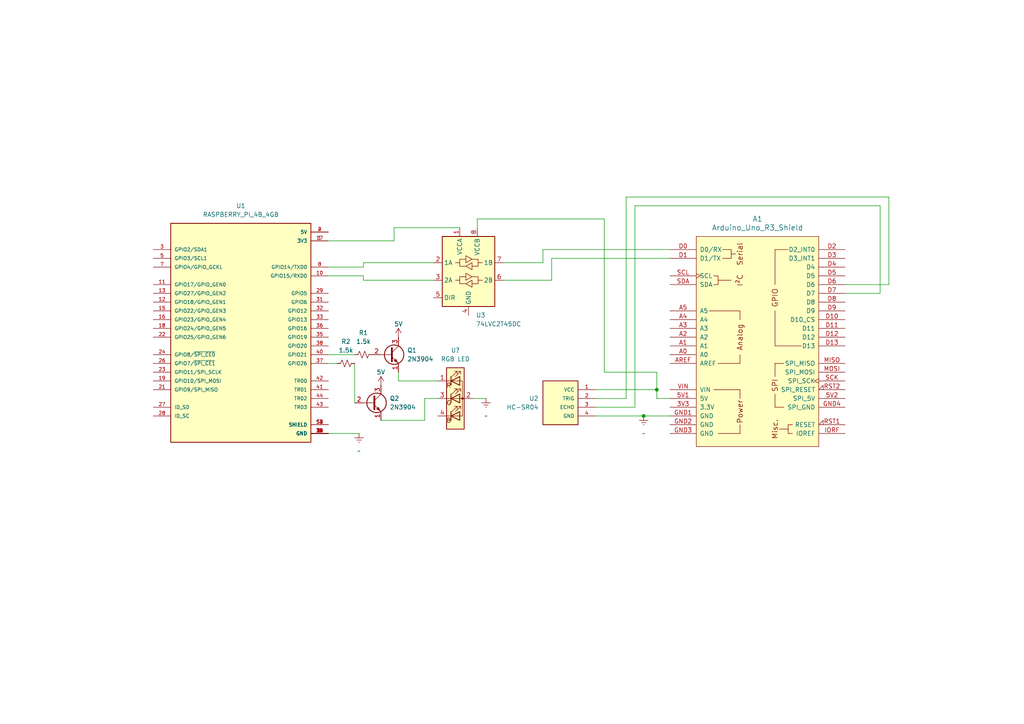
<source format=kicad_sch>
(kicad_sch (version 20250114) (generator "eeschema") (generator_version "9.0")
  (paper "A4")
  (lib_symbols
    (symbol "Arduino:Arduino_Uno_R3_Shield" (pin_names (offset 1.016))
      (property "Reference" "A" (at 0 36.83 0))
      (property "Value" "Arduino_Uno_R3_Shield" (at 0 33.02 0))
      (symbol "Arduino_Uno_R3_Shield_0_0"
        (rectangle (start -17.78 30.48) (end 17.78 -30.48) (fill (type background)))
        (polyline (pts (xy -12.7 19.05) (xy -11.43 19.05) (xy -11.43 16.51) (xy -12.7 16.51)))
        (rectangle (start -12.7 -13.97) (end -5.08 -13.97))
        (polyline (pts (xy -11.43 17.78) (xy -7.62 17.78)))
        (rectangle (start -11.43 -26.67) (end -5.08 -26.67))
        (polyline (pts (xy -10.16 26.67) (xy -7.62 26.67) (xy -7.62 24.13) (xy -10.16 24.13)))
        (polyline (pts (xy -7.62 25.4) (xy -6.35 25.4)))
        (polyline (pts (xy -5.08 6.35) (xy -5.08 8.89) (xy -13.97 8.89)))
        (polyline (pts (xy -5.08 -3.81) (xy -5.08 -6.35) (xy -11.43 -6.35)))
        (polyline (pts (xy -5.08 -13.97) (xy -5.08 -15.24)))
        (polyline (pts (xy -5.08 -15.24) (xy -5.08 -16.51)))
        (polyline (pts (xy -5.08 -26.67) (xy -5.08 -24.13)))
        (polyline (pts (xy 5.08 16.51) (xy 5.08 26.67) (xy 8.89 26.67)))
        (polyline (pts (xy 5.08 8.89) (xy 5.08 -1.27) (xy 12.7 -1.27)))
        (rectangle (start 5.08 -10.16) (end 5.08 -6.35))
        (rectangle (start 5.08 -19.05) (end 5.08 -15.24))
        (rectangle (start 5.08 -19.05) (end 7.62 -19.05))
        (rectangle (start 7.62 -6.35) (end 5.08 -6.35))
        (rectangle (start 8.89 -24.13) (end 8.89 -26.67))
        (rectangle (start 8.89 -25.4) (end 6.35 -25.4))
        (rectangle (start 10.16 -24.13) (end 8.89 -24.13))
        (rectangle (start 10.16 -26.67) (end 8.89 -26.67))
        (text "Serial" (at -5.08 25.4 900) (effects (font (size 1.524 1.524))))
        (text "I²C" (at -5.08 17.78 900) (effects (font (size 1.524 1.524))))
        (text "Analog" (at -5.08 1.27 900) (effects (font (size 1.524 1.524))))
        (text "Power" (at -5.08 -20.32 900) (effects (font (size 1.524 1.524))))
        (text "SPI" (at 5.08 -12.7 900) (effects (font (size 1.524 1.524))))
        (text "Misc." (at 5.08 -25.4 900) (effects (font (size 1.524 1.524))))
      )
      (symbol "Arduino_Uno_R3_Shield_1_0"
        (text "GPIO" (at 5.08 12.7 900) (effects (font (size 1.524 1.524))))
      )
      (symbol "Arduino_Uno_R3_Shield_1_1"
        (pin bidirectional line (at -25.4 26.67 0) (length 7.62) (name "D0/RX") (number "D0"))
        (pin bidirectional line (at -25.4 24.13 0) (length 7.62) (name "D1/TX") (number "D1"))
        (pin bidirectional clock (at -25.4 19.05 0) (length 7.62) (name "SCL") (number "SCL"))
        (pin bidirectional line (at -25.4 16.51 0) (length 7.62) (name "SDA") (number "SDA"))
        (pin bidirectional line (at -25.4 8.89 0) (length 7.62) (name "A5") (number "A5"))
        (pin bidirectional line (at -25.4 6.35 0) (length 7.62) (name "A4") (number "A4"))
        (pin bidirectional line (at -25.4 3.81 0) (length 7.62) (name "A3") (number "A3"))
        (pin bidirectional line (at -25.4 1.27 0) (length 7.62) (name "A2") (number "A2"))
        (pin bidirectional line (at -25.4 -1.27 0) (length 7.62) (name "A1") (number "A1"))
        (pin bidirectional line (at -25.4 -3.81 0) (length 7.62) (name "A0") (number "A0"))
        (pin input line (at -25.4 -6.35 0) (length 7.62) (name "AREF") (number "AREF"))
        (pin power_in line (at -25.4 -13.97 0) (length 7.62) (name "VIN") (number "VIN"))
        (pin power_in line (at -25.4 -16.51 0) (length 7.62) (name "5V") (number "5V1"))
        (pin power_out line (at -25.4 -19.05 0) (length 7.62) (name "3.3V") (number "3V3"))
        (pin power_in line (at -25.4 -21.59 0) (length 7.62) (name "GND") (number "GND1"))
        (pin power_in line (at -25.4 -24.13 0) (length 7.62) (name "GND") (number "GND2"))
        (pin power_in line (at -25.4 -26.67 0) (length 7.62) (name "GND") (number "GND3"))
        (pin bidirectional line (at 25.4 26.67 180) (length 7.62) (name "D2_INT0") (number "D2"))
        (pin bidirectional line (at 25.4 24.13 180) (length 7.62) (name "D3_INT1") (number "D3"))
        (pin bidirectional line (at 25.4 21.59 180) (length 7.62) (name "D4") (number "D4"))
        (pin bidirectional line (at 25.4 19.05 180) (length 7.62) (name "D5") (number "D5"))
        (pin bidirectional line (at 25.4 16.51 180) (length 7.62) (name "D6") (number "D6"))
        (pin bidirectional line (at 25.4 13.97 180) (length 7.62) (name "D7") (number "D7"))
        (pin bidirectional line (at 25.4 11.43 180) (length 7.62) (name "D8") (number "D8"))
        (pin bidirectional line (at 25.4 8.89 180) (length 7.62) (name "D9") (number "D9"))
        (pin bidirectional line (at 25.4 6.35 180) (length 7.62) (name "D10_CS") (number "D10"))
        (pin bidirectional line (at 25.4 3.81 180) (length 7.62) (name "D11") (number "D11"))
        (pin bidirectional line (at 25.4 1.27 180) (length 7.62) (name "D12") (number "D12"))
        (pin bidirectional line (at 25.4 -1.27 180) (length 7.62) (name "D13") (number "D13"))
        (pin input line (at 25.4 -6.35 180) (length 7.62) (name "SPI_MISO") (number "MISO"))
        (pin output line (at 25.4 -8.89 180) (length 7.62) (name "SPI_MOSI") (number "MOSI"))
        (pin output clock (at 25.4 -11.43 180) (length 7.62) (name "SPI_SCK") (number "SCK"))
        (pin open_collector input_low (at 25.4 -13.97 180) (length 7.62) (name "SPI_RESET") (number "RST2"))
        (pin power_in line (at 25.4 -16.51 180) (length 7.62) (name "SPI_5V") (number "5V2"))
        (pin power_in line (at 25.4 -19.05 180) (length 7.62) (name "SPI_GND") (number "GND4"))
        (pin open_collector input_low (at 25.4 -24.13 180) (length 7.62) (name "RESET") (number "RST1"))
        (pin output line (at 25.4 -26.67 180) (length 7.62) (name "IOREF") (number "IORF"))
      )
    )
    (symbol "HC-SR04:HC-SR04" (pin_names (offset 1.016))
      (property "Reference" "U" (at 0 5.0813 0))
      (property "Value" "HC-SR04" (at 0 -10.163 0))
      (symbol "HC-SR04_0_0"
        (rectangle (start 0 -7.62) (end 10.16 5.08) (stroke (width 0.254)) (fill (type background)))
        (pin power_in line (at -5.08 2.54 0) (length 5.08) (name "VCC") (number "1"))
        (pin bidirectional line (at -5.08 0 0) (length 5.08) (name "TRIG") (number "2"))
        (pin bidirectional line (at -5.08 -2.54 0) (length 5.08) (name "ECHO") (number "3"))
        (pin power_in line (at -5.08 -5.08 0) (length 5.08) (name "GND") (number "4"))
      )
    )
    (symbol "LED:APFA3010" (pin_names (offset 0) (hide yes))
      (property "Reference" "D" (at 0 10.16 0))
      (property "Value" "APFA3010" (at 0 -10.16 0))
      (symbol "APFA3010_0_0"
        (text "R" (at -1.905 3.81 0) (effects (font (size 1.27 1.27))))
        (text "G" (at -1.905 -1.27 0) (effects (font (size 1.27 1.27))))
        (text "B" (at -1.905 -6.35 0) (effects (font (size 1.27 1.27))))
      )
      (symbol "APFA3010_0_1"
        (polyline (pts (xy -2.54 -5.08) (xy 1.27 -5.08)))
        (rectangle (start -2.54 -8.89) (end 2.54 8.89) (stroke (width 0.254)) (fill (type background)))
        (polyline (pts (xy -1.27 6.35) (xy -1.27 3.81)) (stroke (width 0.254)))
        (polyline (pts (xy -1.27 1.27) (xy -1.27 -1.27)) (stroke (width 0.254)))
        (polyline (pts (xy -1.27 -3.81) (xy -1.27 -6.35)) (stroke (width 0.254)))
        (polyline (pts (xy -1.016 6.35) (xy 0.508 7.874) (xy -0.254 7.874) (xy 0.508 7.874) (xy 0.508 7.112)))
        (polyline (pts (xy -1.016 1.27) (xy 0.508 2.794) (xy -0.254 2.794) (xy 0.508 2.794) (xy 0.508 2.032)))
        (polyline (pts (xy -1.016 -3.81) (xy 0.508 -2.286) (xy -0.254 -2.286) (xy 0.508 -2.286) (xy 0.508 -3.048)))
        (polyline (pts (xy 0 6.35) (xy 1.524 7.874) (xy 0.762 7.874) (xy 1.524 7.874) (xy 1.524 7.112)))
        (polyline (pts (xy 0 1.27) (xy 1.524 2.794) (xy 0.762 2.794) (xy 1.524 2.794) (xy 1.524 2.032)))
        (polyline (pts (xy 0 -3.81) (xy 1.524 -2.286) (xy 0.762 -2.286) (xy 1.524 -2.286) (xy 1.524 -3.048)))
        (polyline (pts (xy 1.27 6.35) (xy 1.27 3.81) (xy -1.27 5.08) (xy 1.27 6.35)) (stroke (width 0.254)))
        (rectangle (start 1.27 6.35) (end 1.27 6.35))
        (polyline (pts (xy 1.27 5.08) (xy -2.54 5.08)))
        (polyline (pts (xy 1.27 1.27) (xy 1.27 -1.27) (xy -1.27 0) (xy 1.27 1.27)) (stroke (width 0.254)))
        (polyline (pts (xy 1.27 -3.81) (xy 1.27 -6.35) (xy -1.27 -5.08) (xy 1.27 -3.81)) (stroke (width 0.254)))
        (polyline (pts (xy 1.27 -5.08) (xy 2.032 -5.08) (xy 2.032 5.08) (xy 1.27 5.08)))
        (circle (center 2.032 0) (radius 0.254) (fill (type outline)))
        (polyline (pts (xy 2.54 0) (xy -2.54 0)))
      )
      (symbol "APFA3010_1_1"
        (pin input line (at -5.08 5.08 0) (length 2.54) (name "R") (number "1"))
        (pin input line (at -5.08 0 0) (length 2.54) (name "G") (number "3"))
        (pin input line (at -5.08 -5.08 0) (length 2.54) (name "B") (number "4"))
        (pin power_in line (at 5.08 0 180) (length 2.54) (name "A") (number "2"))
      )
    )
    (symbol "Logic_LevelTranslator:74LVC2T45DC"
      (property "Reference" "U" (at 6.35 -11.43 0))
      (property "Value" "74LVC2T45DC" (at 10.16 11.43 0))
      (symbol "74LVC2T45DC_1_1"
        (rectangle (start -7.62 10.16) (end 7.62 -10.16) (stroke (width 0.254)) (fill (type background)))
        (polyline (pts (xy -2.54 2.54) (xy -2.54 3.556) (xy -0.762 3.556)))
        (polyline (pts (xy -2.54 -2.54) (xy -2.54 -1.524) (xy -0.762 -1.524)))
        (polyline (pts (xy -0.762 2.54) (xy -0.762 4.572) (xy 1.016 3.556) (xy -0.762 2.54)))
        (polyline (pts (xy -0.762 1.524) (xy -2.54 1.524) (xy -2.54 2.54) (xy -3.81 2.54)))
        (polyline (pts (xy -0.762 -2.54) (xy -0.762 -0.508) (xy 1.016 -1.524) (xy -0.762 -2.54)))
        (polyline (pts (xy -0.762 -3.556) (xy -2.54 -3.556) (xy -2.54 -2.54) (xy -3.81 -2.54)))
        (polyline (pts (xy 1.016 3.556) (xy 2.794 3.556) (xy 2.794 2.54) (xy 4.064 2.54)))
        (polyline (pts (xy 1.016 2.54) (xy 1.016 0.762) (xy 1.016 0.508) (xy -0.762 1.524) (xy 1.016 2.54)))
        (polyline (pts (xy 1.016 -1.524) (xy 2.794 -1.524) (xy 2.794 -2.54) (xy 4.064 -2.54)))
        (polyline (pts (xy 1.016 -2.54) (xy 1.016 -4.318) (xy 1.016 -4.572) (xy -0.762 -3.556) (xy 1.016 -2.54)))
        (polyline (pts (xy 2.794 2.54) (xy 2.794 1.524) (xy 1.016 1.524)))
        (polyline (pts (xy 2.794 -2.54) (xy 2.794 -3.556) (xy 1.016 -3.556)))
        (pin bidirectional line (at -10.16 2.54 0) (length 2.54) (name "1A") (number "2"))
        (pin bidirectional line (at -10.16 -2.54 0) (length 2.54) (name "2A") (number "3"))
        (pin input line (at -10.16 -7.62 0) (length 2.54) (name "DIR") (number "5"))
        (pin power_in line (at -2.54 12.7 270) (length 2.54) (name "VCCA") (number "1"))
        (pin power_in line (at 0 -12.7 90) (length 2.54) (name "GND") (number "4"))
        (pin power_in line (at 2.54 12.7 270) (length 2.54) (name "VCCB") (number "8"))
        (pin bidirectional line (at 10.16 2.54 180) (length 2.54) (name "1B") (number "7"))
        (pin bidirectional line (at 10.16 -2.54 180) (length 2.54) (name "2B") (number "6"))
      )
    )
    (symbol "Raspberry-PI-4B:RASPBERRY_PI_4B_4GB" (pin_names (offset 1.016))
      (property "Reference" "U" (at -20.32 33.528 0))
      (property "Value" "RASPBERRY_PI_4B_4GB" (at -20.32 -33.02 0))
      (symbol "RASPBERRY_PI_4B_4GB_0_0"
        (rectangle (start -20.32 -30.48) (end 20.32 33.02) (stroke (width 0.254)) (fill (type background)))
        (pin bidirectional line (at -25.4 25.4 0) (length 5.08) (name "GPIO2/SDA1") (number "3"))
        (pin bidirectional line (at -25.4 22.86 0) (length 5.08) (name "GPIO3/SCL1") (number "5"))
        (pin bidirectional line (at -25.4 20.32 0) (length 5.08) (name "GPIO4/GPIO_GCKL") (number "7"))
        (pin bidirectional line (at -25.4 15.24 0) (length 5.08) (name "GPIO17/GPIO_GEN0") (number "11"))
        (pin bidirectional line (at -25.4 12.7 0) (length 5.08) (name "GPIO27/GPIO_GEN2") (number "13"))
        (pin bidirectional line (at -25.4 10.16 0) (length 5.08) (name "GPIO18/GPIO_GEN1") (number "12"))
        (pin bidirectional line (at -25.4 7.62 0) (length 5.08) (name "GPIO22/GPIO_GEN3") (number "15"))
        (pin bidirectional line (at -25.4 5.08 0) (length 5.08) (name "GPIO23/GPIO_GEN4") (number "16"))
        (pin bidirectional line (at -25.4 2.54 0) (length 5.08) (name "GPIO24/GPIO_GEN5") (number "18"))
        (pin bidirectional line (at -25.4 0 0) (length 5.08) (name "GPIO25/GPIO_GEN6") (number "22"))
        (pin bidirectional line (at -25.4 -5.08 0) (length 5.08) (name "GPIO8/~{SPI_CE0}") (number "24"))
        (pin bidirectional line (at -25.4 -7.62 0) (length 5.08) (name "GPIO7/~{SPI_CE1}") (number "26"))
        (pin bidirectional line (at -25.4 -10.16 0) (length 5.08) (name "GPIO11/SPI_SCLK") (number "23"))
        (pin bidirectional line (at -25.4 -12.7 0) (length 5.08) (name "GPIO10/SPI_MOSI") (number "19"))
        (pin bidirectional line (at -25.4 -15.24 0) (length 5.08) (name "GPIO9/SPI_MISO") (number "21"))
        (pin bidirectional line (at -25.4 -20.32 0) (length 5.08) (name "ID_SD") (number "27"))
        (pin bidirectional line (at -25.4 -22.86 0) (length 5.08) (name "ID_SC") (number "28"))
        (pin power_in line (at 25.4 30.48 180) (length 5.08) (name "5V") (number "2"))
        (pin power_in line (at 25.4 30.48 180) (length 5.08) (name "5V") (number "4"))
        (pin power_in line (at 25.4 27.94 180) (length 5.08) (name "3V3") (number "1"))
        (pin power_in line (at 25.4 27.94 180) (length 5.08) (name "3V3") (number "17"))
        (pin bidirectional line (at 25.4 20.32 180) (length 5.08) (name "GPIO14/TXD0") (number "8"))
        (pin bidirectional line (at 25.4 17.78 180) (length 5.08) (name "GPIO15/RXD0") (number "10"))
        (pin bidirectional line (at 25.4 12.7 180) (length 5.08) (name "GPIO5") (number "29"))
        (pin bidirectional line (at 25.4 10.16 180) (length 5.08) (name "GPIO6") (number "31"))
        (pin bidirectional line (at 25.4 7.62 180) (length 5.08) (name "GPIO12") (number "32"))
        (pin bidirectional line (at 25.4 5.08 180) (length 5.08) (name "GPIO13") (number "33"))
        (pin bidirectional line (at 25.4 2.54 180) (length 5.08) (name "GPIO16") (number "36"))
        (pin bidirectional line (at 25.4 0 180) (length 5.08) (name "GPIO19") (number "35"))
        (pin bidirectional line (at 25.4 -2.54 180) (length 5.08) (name "GPIO20") (number "38"))
        (pin bidirectional line (at 25.4 -5.08 180) (length 5.08) (name "GPIO21") (number "40"))
        (pin bidirectional line (at 25.4 -7.62 180) (length 5.08) (name "GPIO26") (number "37"))
        (pin bidirectional line (at 25.4 -12.7 180) (length 5.08) (name "TR00") (number "42"))
        (pin bidirectional line (at 25.4 -15.24 180) (length 5.08) (name "TR01") (number "41"))
        (pin bidirectional line (at 25.4 -17.78 180) (length 5.08) (name "TR02") (number "44"))
        (pin bidirectional line (at 25.4 -20.32 180) (length 5.08) (name "TR03") (number "43"))
        (pin power_in line (at 25.4 -25.4 180) (length 5.08) (name "SHIELD") (number "S1"))
        (pin power_in line (at 25.4 -25.4 180) (length 5.08) (name "SHIELD") (number "S2"))
        (pin power_in line (at 25.4 -25.4 180) (length 5.08) (name "SHIELD") (number "S3"))
        (pin power_in line (at 25.4 -25.4 180) (length 5.08) (name "SHIELD") (number "S4"))
        (pin power_in line (at 25.4 -27.94 180) (length 5.08) (name "GND") (number "14"))
        (pin power_in line (at 25.4 -27.94 180) (length 5.08) (name "GND") (number "20"))
        (pin power_in line (at 25.4 -27.94 180) (length 5.08) (name "GND") (number "25"))
        (pin power_in line (at 25.4 -27.94 180) (length 5.08) (name "GND") (number "30"))
        (pin power_in line (at 25.4 -27.94 180) (length 5.08) (name "GND") (number "34"))
        (pin power_in line (at 25.4 -27.94 180) (length 5.08) (name "GND") (number "39"))
        (pin power_in line (at 25.4 -27.94 180) (length 5.08) (name "GND") (number "6"))
        (pin power_in line (at 25.4 -27.94 180) (length 5.08) (name "GND") (number "9"))
      )
    )
    (symbol "SparkFun-PowerSymbol:5V" (power) (pin_names (offset 0))
      (property "Value" "5V" (at 0 3.81 0))
      (symbol "5V_0_1"
        (polyline (pts (xy -0.762 1.27) (xy 0 2.54)))
        (polyline (pts (xy 0 2.54) (xy 0.762 1.27)))
        (polyline (pts (xy 0 0) (xy 0 2.54)))
      )
      (symbol "5V_1_1"
        (pin power_in line (at 0 0 90) (length 0) (hide yes) (name "5V") (number "1"))
      )
    )
    (symbol "SparkFun-Resistor:1.5k_0603" (pin_numbers (hide yes)) (pin_names (offset 0))
      (property "Reference" "R" (at 0 -2.54 0))
      (property "Value" "1.5k" (at 0 2.54 0))
      (symbol "1.5k_0603_0_1"
        (polyline (pts (xy -1.524 0) (xy -1.143 1.016) (xy -0.762 0) (xy -0.381 -1.016) (xy 0 0)))
        (polyline (pts (xy 0 0) (xy 0.381 1.016) (xy 0.762 0) (xy 1.143 -1.016) (xy 1.524 0)))
      )
      (symbol "1.5k_0603_1_1"
        (pin passive line (at -2.54 0 0) (length 1.016) (name "~") (number "1"))
        (pin passive line (at 2.54 0 180) (length 1.016) (name "~") (number "2"))
      )
    )
    (symbol "Transistor_BJT:2N3904" (pin_names (offset 0) (hide yes))
      (property "Reference" "Q" (at 5.08 1.905 0))
      (property "Value" "2N3904" (at 5.08 0 0))
      (symbol "2N3904_0_1"
        (polyline (pts (xy -2.54 0) (xy 0.635 0)))
        (polyline (pts (xy 0.635 1.905) (xy 0.635 -1.905)) (stroke (width 0.508)))
        (circle (center 1.27 0) (radius 2.8194) (stroke (width 0.254)))
      )
      (symbol "2N3904_1_1"
        (polyline (pts (xy 0.635 0.635) (xy 2.54 2.54)))
        (polyline (pts (xy 0.635 -0.635) (xy 2.54 -2.54)))
        (polyline (pts (xy 1.27 -1.778) (xy 1.778 -1.27) (xy 2.286 -2.286) (xy 1.27 -1.778)) (fill (type outline)))
        (pin input line (at -5.08 0 0) (length 2.54) (name "B") (number "2"))
        (pin passive line (at 2.54 5.08 270) (length 2.54) (name "C") (number "3"))
        (pin passive line (at 2.54 -5.08 90) (length 2.54) (name "E") (number "1"))
      )
    )
    (symbol "power:Earth" (power) (pin_numbers (hide yes)) (pin_names (offset 0) (hide yes))
      (property "Value" "Earth" (at 0 -3.81 0))
      (symbol "Earth_0_1"
        (polyline (pts (xy -0.635 -1.905) (xy 0.635 -1.905)))
        (polyline (pts (xy -0.127 -2.54) (xy 0.127 -2.54)))
        (polyline (pts (xy 0 -1.27) (xy 0 0)))
        (polyline (pts (xy 1.27 -1.27) (xy -1.27 -1.27)))
      )
      (symbol "Earth_1_1"
        (pin power_in line (at 0 0 270) (length 0) (name "~") (number "1"))
      )
    )
  )
  (junction (at 186.69 120.65))
  (junction (at 190.5 113.03))
  (wire (pts (xy 138.43 63.5) (xy 175.26 63.5)))
  (wire (pts (xy 95.25 125.73) (xy 104.14 125.73)))
  (wire (pts (xy 160.02 74.93) (xy 160.02 81.28)))
  (wire (pts (xy 194.31 120.65) (xy 186.69 120.65)))
  (wire (pts (xy 255.27 59.69) (xy 255.27 85.09)))
  (wire (pts (xy 190.5 107.95) (xy 190.5 113.03)))
  (wire (pts (xy 110.49 121.92) (xy 123.19 121.92)))
  (wire (pts (xy 123.19 121.92) (xy 123.19 115.57)))
  (wire (pts (xy 255.27 85.09) (xy 245.11 85.09)))
  (wire (pts (xy 172.72 118.11) (xy 184.15 118.11)))
  (wire (pts (xy 190.5 115.57) (xy 194.31 115.57)))
  (wire (pts (xy 257.81 57.15) (xy 257.81 82.55)))
  (wire (pts (xy 157.48 72.39) (xy 194.31 72.39)))
  (wire (pts (xy 181.61 57.15) (xy 257.81 57.15)))
  (wire (pts (xy 133.35 66.04) (xy 114.3 66.04)))
  (wire (pts (xy 105.41 77.47) (xy 95.25 77.47)))
  (wire (pts (xy 125.73 76.2) (xy 105.41 76.2)))
  (wire (pts (xy 175.26 63.5) (xy 175.26 107.95)))
  (wire (pts (xy 138.43 66.04) (xy 138.43 63.5)))
  (wire (pts (xy 146.05 76.2) (xy 157.48 76.2)))
  (wire (pts (xy 114.3 66.04) (xy 114.3 69.85)))
  (wire (pts (xy 194.31 74.93) (xy 160.02 74.93)))
  (wire (pts (xy 190.5 113.03) (xy 190.5 115.57)))
  (wire (pts (xy 125.73 81.28) (xy 105.41 81.28)))
  (wire (pts (xy 102.87 102.87) (xy 95.25 102.87)))
  (wire (pts (xy 184.15 59.69) (xy 255.27 59.69)))
  (wire (pts (xy 257.81 82.55) (xy 245.11 82.55)))
  (wire (pts (xy 160.02 81.28) (xy 146.05 81.28)))
  (wire (pts (xy 184.15 118.11) (xy 184.15 59.69)))
  (wire (pts (xy 137.16 115.57) (xy 140.97 115.57)))
  (wire (pts (xy 175.26 107.95) (xy 190.5 107.95)))
  (wire (pts (xy 105.41 80.01) (xy 95.25 80.01)))
  (wire (pts (xy 115.57 110.49) (xy 127 110.49)))
  (wire (pts (xy 114.3 69.85) (xy 95.25 69.85)))
  (wire (pts (xy 102.87 105.41) (xy 102.87 116.84)))
  (wire (pts (xy 115.57 107.95) (xy 115.57 110.49)))
  (wire (pts (xy 181.61 115.57) (xy 181.61 57.15)))
  (wire (pts (xy 172.72 113.03) (xy 190.5 113.03)))
  (wire (pts (xy 172.72 115.57) (xy 181.61 115.57)))
  (wire (pts (xy 105.41 76.2) (xy 105.41 77.47)))
  (wire (pts (xy 123.19 115.57) (xy 127 115.57)))
  (wire (pts (xy 105.41 81.28) (xy 105.41 80.01)))
  (wire (pts (xy 172.72 120.65) (xy 186.69 120.65)))
  (wire (pts (xy 157.48 76.2) (xy 157.48 72.39)))
  (wire (pts (xy 97.79 105.41) (xy 95.25 105.41)))
  (symbol (lib_id "power:Earth") (at 104.14 125.73 0) (unit 1)
    (property "Reference" "#PWR01" (effects (hide yes)))
    (property "Value" "~" (at 104.14 130.81 0))
    (property "Description" "Power symbol creates a global label with name \"Earth\"" (effects (hide yes)))
  )
  (symbol (lib_id "Transistor_BJT:2N3904") (at 107.95 116.84 0) (unit 1)
    (property "Reference" "Q2" (at 113.03 115.5699 0) (effects (justify left)))
    (property "Value" "2N3904" (at 113.03 118.1099 0) (effects (justify left)))
    (property "Footprint" "Package_TO_SOT_THT:TO-92_Inline" (effects (hide yes)))
    (property "Datasheet" "https://www.onsemi.com/pub/Collateral/2N3903-D.PDF" (effects (hide yes)))
    (property "Description" "0.2A Ic, 40V Vce, Small Signal NPN Transistor, TO-92" (effects (hide yes)))
  )
  (symbol (lib_id "SparkFun-PowerSymbol:5V") (at 115.57 97.79 0) (unit 1)
    (property "Reference" "#PWR04" (effects (hide yes)))
    (property "Value" "5V" (at 115.57 93.98 0))
    (property "Description" "Power symbol creates a global label with name \"5V\"" (effects (hide yes)))
  )
  (symbol (lib_id "LED:APFA3010") (at 132.08 115.57 0) (unit 1)
    (property "Value" "RGB LED" (at 132.08 104.14 0))
    (property "Footprint" "LED_SMD:LED_Kingbright_APFA3010_3x1.5mm_Horizontal" (effects (hide yes)))
    (property "Datasheet" "http://www.kingbrightusa.com/images/catalog/SPEC/APFA3010LSEEZGKQBKC.pdf" (effects (hide yes)))
    (property "Description" "LED RGB, Common Anode, SMD, 3.0x1.5mm, Horizontal" (effects (hide yes)))
  )
  (symbol (lib_id "Transistor_BJT:2N3904") (at 113.03 102.87 0) (unit 1)
    (property "Reference" "Q1" (at 118.11 101.5999 0) (effects (justify left)))
    (property "Value" "2N3904" (at 118.11 104.1399 0) (effects (justify left)))
    (property "Footprint" "Package_TO_SOT_THT:TO-92_Inline" (effects (hide yes)))
    (property "Datasheet" "https://www.onsemi.com/pub/Collateral/2N3903-D.PDF" (effects (hide yes)))
    (property "Description" "0.2A Ic, 40V Vce, Small Signal NPN Transistor, TO-92" (effects (hide yes)))
  )
  (symbol (lib_id "SparkFun-Resistor:1.5k_0603") (at 100.33 105.41 0) (unit 1)
    (property "Reference" "R2" (at 100.33 99.06 0))
    (property "Value" "1.5k" (at 100.33 101.6 0))
    (property "Footprint" "SparkFun-Resistor:R_0603_1608Metric" (effects (hide yes)))
    (property "Datasheet" "https://www.vishay.com/docs/20035/dcrcwe3.pdf" (effects (hide yes)))
    (property "Description" "Resistor" (effects (hide yes)))
    (property "PROD_ID" "RES-08306" (effects (hide yes)))
  )
  (symbol (lib_id "SparkFun-PowerSymbol:5V") (at 110.49 111.76 0) (unit 1)
    (property "Reference" "#PWR05" (effects (hide yes)))
    (property "Value" "5V" (at 110.49 107.95 0))
    (property "Description" "Power symbol creates a global label with name \"5V\"" (effects (hide yes)))
  )
  (symbol (lib_id "Raspberry-PI-4B:RASPBERRY_PI_4B_4GB") (at 69.85 97.79 0) (unit 1)
    (property "Reference" "U1" (at 69.85 59.69 0))
    (property "Value" "RASPBERRY_PI_4B_4GB" (at 69.85 62.23 0))
    (property "Footprint" "RASPBERRY_PI_4B_4GB:MODULE_RASPBERRY_PI_4B_4GB" (effects (hide yes)))
    (property "MF" "Raspberry Pi" (effects (hide yes)))
    (property "MAXIMUM_PACKAGE_HEIGHT" "16 mm" (effects (hide yes)))
    (property "Package" "None" (effects (hide yes)))
    (property "Price" "None" (effects (hide yes)))
    (property "Check_prices" "https://www.snapeda.com/parts/RASPBERRY%20PI%204B/4GB/Raspberry+Pi/view-part/?ref=eda" (effects (hide yes)))
    (property "STANDARD" "Manufacturer Recommendations" (effects (hide yes)))
    (property "PARTREV" "4" (effects (hide yes)))
    (property "SnapEDA_Link" "https://www.snapeda.com/parts/RASPBERRY%20PI%204B/4GB/Raspberry+Pi/view-part/?ref=snap" (effects (hide yes)))
    (property "MP" "RASPBERRY PI 4B/4GB" (effects (hide yes)))
    (property "Description_1" "BCM2711 Raspberry Pi 4 Model B 4GB - ARM® Cortex®-A72 MPU Embedded Evaluation Board" (effects (hide yes)))
    (property "MANUFACTURER" "Raspberry Pi" (effects (hide yes)))
    (property "Availability" "Not in stock" (effects (hide yes)))
    (property "SNAPEDA_PN" "RASPBERRY PI 4B/4GB" (effects (hide yes)))
  )
  (symbol (lib_id "Arduino:Arduino_Uno_R3_Shield") (at 219.71 99.06 0) (unit 1)
    (property "Reference" "A1" (at 219.71 63.5 0) (effects (font (size 1.524 1.524))))
    (property "Value" "Arduino_Uno_R3_Shield" (at 219.71 66.04 0) (effects (font (size 1.524 1.524))))
    (property "Footprint" "PCM_arduino-library:Arduino_Uno_R3_Shield" (effects (hide yes)))
    (property "Datasheet" "https://docs.arduino.cc/hardware/uno-rev3" (effects (hide yes)))
    (property "Description" "Shield for Arduino Uno R3" (effects (hide yes)))
  )
  (symbol (lib_id "SparkFun-Resistor:1.5k_0603") (at 105.41 102.87 0) (unit 1)
    (property "Reference" "R1" (at 105.41 96.52 0))
    (property "Value" "1.5k" (at 105.41 99.06 0))
    (property "Footprint" "SparkFun-Resistor:R_0603_1608Metric" (effects (hide yes)))
    (property "Datasheet" "https://www.vishay.com/docs/20035/dcrcwe3.pdf" (effects (hide yes)))
    (property "Description" "Resistor" (effects (hide yes)))
    (property "PROD_ID" "RES-08306" (effects (hide yes)))
  )
  (symbol (lib_id "Logic_LevelTranslator:74LVC2T45DC") (at 135.89 78.74 0) (unit 1)
    (property "Reference" "U3" (at 138.0333 91.44 0) (effects (justify left)))
    (property "Value" "74LVC2T45DC" (at 138.0333 93.98 0) (effects (justify left)))
    (property "Footprint" "Package_SO:VSSOP-8_2.3x2mm_P0.5mm" (effects (hide yes)))
    (property "Datasheet" "https://assets.nexperia.com/documents/data-sheet/74LVC_LVCH2T45.pdf" (effects (hide yes)))
    (property "Description" "Dual supply translating transceiver, 3-state, 2-bit, VSSOP-8" (effects (hide yes)))
  )
  (symbol (lib_id "power:Earth") (at 186.69 120.65 0) (unit 1)
    (property "Reference" "#PWR02" (effects (hide yes)))
    (property "Value" "~" (at 186.69 125.73 0))
    (property "Description" "Power symbol creates a global label with name \"Earth\"" (effects (hide yes)))
  )
  (symbol (lib_id "HC-SR04:HC-SR04") (at 167.64 115.57 0) (mirror y) (unit 1)
    (property "Reference" "U2" (at 156.21 115.5699 0) (effects (justify left)))
    (property "Value" "HC-SR04" (at 156.21 118.1099 0) (effects (justify left)))
    (property "Footprint" "HC-SR04:XCVR_HC-SR04" (effects (hide yes)))
    (property "MF" "SparkFun Electronics" (effects (hide yes)))
    (property "Description_1" "HC-SR04 Ultrasonic Sensor Qwiic Platform Evaluation Expansion Board" (effects (hide yes)))
    (property "Package" "None" (effects (hide yes)))
    (property "Price" "None" (effects (hide yes)))
    (property "Check_prices" "https://www.snapeda.com/parts/HC-SR04/SparkFun/view-part/?ref=eda" (effects (hide yes)))
    (property "SnapEDA_Link" "https://www.snapeda.com/parts/HC-SR04/SparkFun/view-part/?ref=snap" (effects (hide yes)))
    (property "MP" "HC-SR04" (effects (hide yes)))
    (property "Availability" "Not in stock" (effects (hide yes)))
    (property "MANUFACTURER" "Osepp" (effects (hide yes)))
  )
  (symbol (lib_id "power:Earth") (at 140.97 115.57 0) (unit 1)
    (property "Reference" "#PWR03" (effects (hide yes)))
    (property "Value" "~" (at 140.97 120.65 0))
    (property "Description" "Power symbol creates a global label with name \"Earth\"" (effects (hide yes)))
  )
)
</source>
